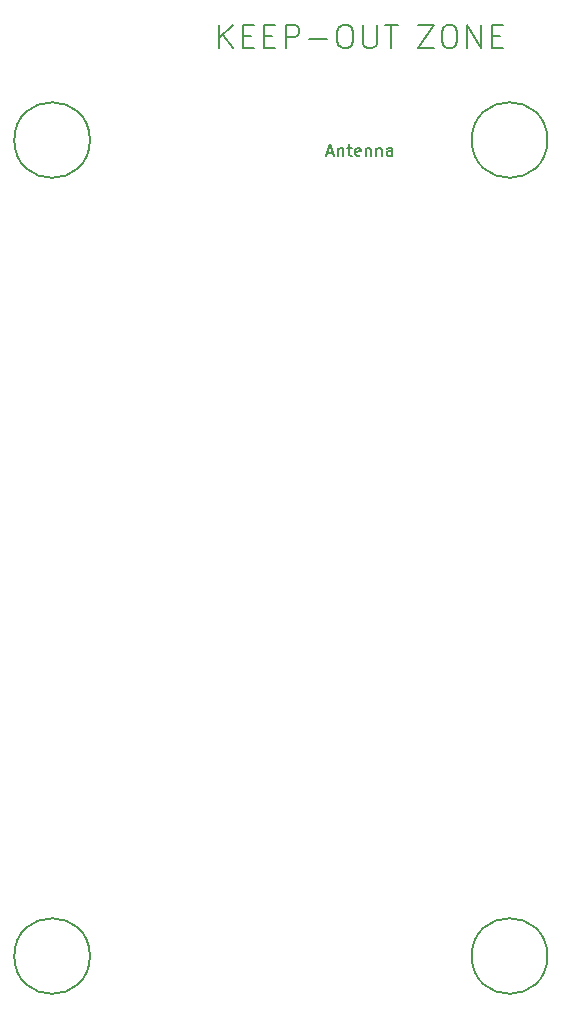
<source format=gbr>
%TF.GenerationSoftware,KiCad,Pcbnew,(7.0.0)*%
%TF.CreationDate,2023-04-05T21:50:32-07:00*%
%TF.ProjectId,OpenShock,4f70656e-5368-46f6-936b-2e6b69636164,rev?*%
%TF.SameCoordinates,Original*%
%TF.FileFunction,Other,Comment*%
%FSLAX46Y46*%
G04 Gerber Fmt 4.6, Leading zero omitted, Abs format (unit mm)*
G04 Created by KiCad (PCBNEW (7.0.0)) date 2023-04-05 21:50:32*
%MOMM*%
%LPD*%
G01*
G04 APERTURE LIST*
%ADD10C,0.150000*%
G04 APERTURE END LIST*
D10*
%TO.C,U1*%
X117024047Y-31598761D02*
X117024047Y-29598761D01*
X118166904Y-31598761D02*
X117309761Y-30455904D01*
X118166904Y-29598761D02*
X117024047Y-30741619D01*
X119024047Y-30551142D02*
X119690714Y-30551142D01*
X119976428Y-31598761D02*
X119024047Y-31598761D01*
X119024047Y-31598761D02*
X119024047Y-29598761D01*
X119024047Y-29598761D02*
X119976428Y-29598761D01*
X120833571Y-30551142D02*
X121500238Y-30551142D01*
X121785952Y-31598761D02*
X120833571Y-31598761D01*
X120833571Y-31598761D02*
X120833571Y-29598761D01*
X120833571Y-29598761D02*
X121785952Y-29598761D01*
X122643095Y-31598761D02*
X122643095Y-29598761D01*
X122643095Y-29598761D02*
X123405000Y-29598761D01*
X123405000Y-29598761D02*
X123595476Y-29694000D01*
X123595476Y-29694000D02*
X123690714Y-29789238D01*
X123690714Y-29789238D02*
X123785952Y-29979714D01*
X123785952Y-29979714D02*
X123785952Y-30265428D01*
X123785952Y-30265428D02*
X123690714Y-30455904D01*
X123690714Y-30455904D02*
X123595476Y-30551142D01*
X123595476Y-30551142D02*
X123405000Y-30646380D01*
X123405000Y-30646380D02*
X122643095Y-30646380D01*
X124643095Y-30836857D02*
X126166905Y-30836857D01*
X127500237Y-29598761D02*
X127881190Y-29598761D01*
X127881190Y-29598761D02*
X128071666Y-29694000D01*
X128071666Y-29694000D02*
X128262142Y-29884476D01*
X128262142Y-29884476D02*
X128357380Y-30265428D01*
X128357380Y-30265428D02*
X128357380Y-30932095D01*
X128357380Y-30932095D02*
X128262142Y-31313047D01*
X128262142Y-31313047D02*
X128071666Y-31503523D01*
X128071666Y-31503523D02*
X127881190Y-31598761D01*
X127881190Y-31598761D02*
X127500237Y-31598761D01*
X127500237Y-31598761D02*
X127309761Y-31503523D01*
X127309761Y-31503523D02*
X127119285Y-31313047D01*
X127119285Y-31313047D02*
X127024047Y-30932095D01*
X127024047Y-30932095D02*
X127024047Y-30265428D01*
X127024047Y-30265428D02*
X127119285Y-29884476D01*
X127119285Y-29884476D02*
X127309761Y-29694000D01*
X127309761Y-29694000D02*
X127500237Y-29598761D01*
X129214523Y-29598761D02*
X129214523Y-31217809D01*
X129214523Y-31217809D02*
X129309761Y-31408285D01*
X129309761Y-31408285D02*
X129404999Y-31503523D01*
X129404999Y-31503523D02*
X129595475Y-31598761D01*
X129595475Y-31598761D02*
X129976428Y-31598761D01*
X129976428Y-31598761D02*
X130166904Y-31503523D01*
X130166904Y-31503523D02*
X130262142Y-31408285D01*
X130262142Y-31408285D02*
X130357380Y-31217809D01*
X130357380Y-31217809D02*
X130357380Y-29598761D01*
X131024047Y-29598761D02*
X132166904Y-29598761D01*
X131595475Y-31598761D02*
X131595475Y-29598761D01*
X133843095Y-29598761D02*
X135176428Y-29598761D01*
X135176428Y-29598761D02*
X133843095Y-31598761D01*
X133843095Y-31598761D02*
X135176428Y-31598761D01*
X136319285Y-29598761D02*
X136700238Y-29598761D01*
X136700238Y-29598761D02*
X136890714Y-29694000D01*
X136890714Y-29694000D02*
X137081190Y-29884476D01*
X137081190Y-29884476D02*
X137176428Y-30265428D01*
X137176428Y-30265428D02*
X137176428Y-30932095D01*
X137176428Y-30932095D02*
X137081190Y-31313047D01*
X137081190Y-31313047D02*
X136890714Y-31503523D01*
X136890714Y-31503523D02*
X136700238Y-31598761D01*
X136700238Y-31598761D02*
X136319285Y-31598761D01*
X136319285Y-31598761D02*
X136128809Y-31503523D01*
X136128809Y-31503523D02*
X135938333Y-31313047D01*
X135938333Y-31313047D02*
X135843095Y-30932095D01*
X135843095Y-30932095D02*
X135843095Y-30265428D01*
X135843095Y-30265428D02*
X135938333Y-29884476D01*
X135938333Y-29884476D02*
X136128809Y-29694000D01*
X136128809Y-29694000D02*
X136319285Y-29598761D01*
X138033571Y-31598761D02*
X138033571Y-29598761D01*
X138033571Y-29598761D02*
X139176428Y-31598761D01*
X139176428Y-31598761D02*
X139176428Y-29598761D01*
X140128809Y-30551142D02*
X140795476Y-30551142D01*
X141081190Y-31598761D02*
X140128809Y-31598761D01*
X140128809Y-31598761D02*
X140128809Y-29598761D01*
X140128809Y-29598761D02*
X141081190Y-29598761D01*
X126193095Y-40425666D02*
X126669285Y-40425666D01*
X126097857Y-40711380D02*
X126431190Y-39711380D01*
X126431190Y-39711380D02*
X126764523Y-40711380D01*
X127097857Y-40044714D02*
X127097857Y-40711380D01*
X127097857Y-40139952D02*
X127145476Y-40092333D01*
X127145476Y-40092333D02*
X127240714Y-40044714D01*
X127240714Y-40044714D02*
X127383571Y-40044714D01*
X127383571Y-40044714D02*
X127478809Y-40092333D01*
X127478809Y-40092333D02*
X127526428Y-40187571D01*
X127526428Y-40187571D02*
X127526428Y-40711380D01*
X127859762Y-40044714D02*
X128240714Y-40044714D01*
X128002619Y-39711380D02*
X128002619Y-40568523D01*
X128002619Y-40568523D02*
X128050238Y-40663761D01*
X128050238Y-40663761D02*
X128145476Y-40711380D01*
X128145476Y-40711380D02*
X128240714Y-40711380D01*
X128955000Y-40663761D02*
X128859762Y-40711380D01*
X128859762Y-40711380D02*
X128669286Y-40711380D01*
X128669286Y-40711380D02*
X128574048Y-40663761D01*
X128574048Y-40663761D02*
X128526429Y-40568523D01*
X128526429Y-40568523D02*
X128526429Y-40187571D01*
X128526429Y-40187571D02*
X128574048Y-40092333D01*
X128574048Y-40092333D02*
X128669286Y-40044714D01*
X128669286Y-40044714D02*
X128859762Y-40044714D01*
X128859762Y-40044714D02*
X128955000Y-40092333D01*
X128955000Y-40092333D02*
X129002619Y-40187571D01*
X129002619Y-40187571D02*
X129002619Y-40282809D01*
X129002619Y-40282809D02*
X128526429Y-40378047D01*
X129431191Y-40044714D02*
X129431191Y-40711380D01*
X129431191Y-40139952D02*
X129478810Y-40092333D01*
X129478810Y-40092333D02*
X129574048Y-40044714D01*
X129574048Y-40044714D02*
X129716905Y-40044714D01*
X129716905Y-40044714D02*
X129812143Y-40092333D01*
X129812143Y-40092333D02*
X129859762Y-40187571D01*
X129859762Y-40187571D02*
X129859762Y-40711380D01*
X130335953Y-40044714D02*
X130335953Y-40711380D01*
X130335953Y-40139952D02*
X130383572Y-40092333D01*
X130383572Y-40092333D02*
X130478810Y-40044714D01*
X130478810Y-40044714D02*
X130621667Y-40044714D01*
X130621667Y-40044714D02*
X130716905Y-40092333D01*
X130716905Y-40092333D02*
X130764524Y-40187571D01*
X130764524Y-40187571D02*
X130764524Y-40711380D01*
X131669286Y-40711380D02*
X131669286Y-40187571D01*
X131669286Y-40187571D02*
X131621667Y-40092333D01*
X131621667Y-40092333D02*
X131526429Y-40044714D01*
X131526429Y-40044714D02*
X131335953Y-40044714D01*
X131335953Y-40044714D02*
X131240715Y-40092333D01*
X131669286Y-40663761D02*
X131574048Y-40711380D01*
X131574048Y-40711380D02*
X131335953Y-40711380D01*
X131335953Y-40711380D02*
X131240715Y-40663761D01*
X131240715Y-40663761D02*
X131193096Y-40568523D01*
X131193096Y-40568523D02*
X131193096Y-40473285D01*
X131193096Y-40473285D02*
X131240715Y-40378047D01*
X131240715Y-40378047D02*
X131335953Y-40330428D01*
X131335953Y-40330428D02*
X131574048Y-40330428D01*
X131574048Y-40330428D02*
X131669286Y-40282809D01*
%TO.C,REF\u002A\u002A*%
X144805000Y-39370000D02*
G75*
G03*
X144805000Y-39370000I-3200000J0D01*
G01*
X106070000Y-108458000D02*
G75*
G03*
X106070000Y-108458000I-3200000J0D01*
G01*
X144805000Y-108458000D02*
G75*
G03*
X144805000Y-108458000I-3200000J0D01*
G01*
X106070000Y-39370000D02*
G75*
G03*
X106070000Y-39370000I-3200000J0D01*
G01*
%TD*%
M02*

</source>
